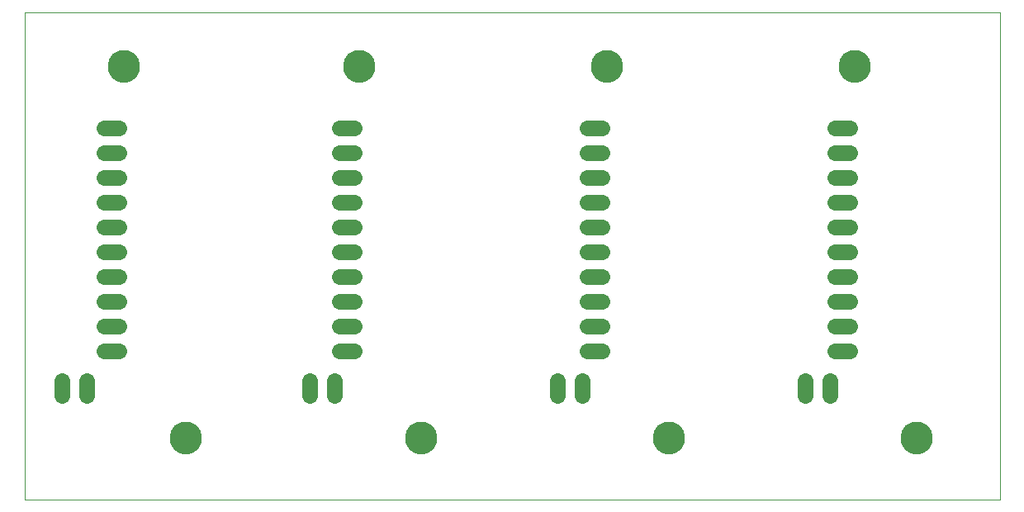
<source format=gbs>
G75*
%MOIN*%
%OFA0B0*%
%FSLAX25Y25*%
%IPPOS*%
%LPD*%
%AMOC8*
5,1,8,0,0,1.08239X$1,22.5*
%
%ADD10C,0.00000*%
%ADD11C,0.06400*%
%ADD12C,0.12998*%
D10*
X0001000Y0002600D02*
X0001000Y0199450D01*
X0394701Y0199450D01*
X0394701Y0002600D01*
X0001000Y0002600D01*
X0059701Y0027600D02*
X0059703Y0027758D01*
X0059709Y0027916D01*
X0059719Y0028074D01*
X0059733Y0028232D01*
X0059751Y0028389D01*
X0059772Y0028546D01*
X0059798Y0028702D01*
X0059828Y0028858D01*
X0059861Y0029013D01*
X0059899Y0029166D01*
X0059940Y0029319D01*
X0059985Y0029471D01*
X0060034Y0029622D01*
X0060087Y0029771D01*
X0060143Y0029919D01*
X0060203Y0030065D01*
X0060267Y0030210D01*
X0060335Y0030353D01*
X0060406Y0030495D01*
X0060480Y0030635D01*
X0060558Y0030772D01*
X0060640Y0030908D01*
X0060724Y0031042D01*
X0060813Y0031173D01*
X0060904Y0031302D01*
X0060999Y0031429D01*
X0061096Y0031554D01*
X0061197Y0031676D01*
X0061301Y0031795D01*
X0061408Y0031912D01*
X0061518Y0032026D01*
X0061631Y0032137D01*
X0061746Y0032246D01*
X0061864Y0032351D01*
X0061985Y0032453D01*
X0062108Y0032553D01*
X0062234Y0032649D01*
X0062362Y0032742D01*
X0062492Y0032832D01*
X0062625Y0032918D01*
X0062760Y0033002D01*
X0062896Y0033081D01*
X0063035Y0033158D01*
X0063176Y0033230D01*
X0063318Y0033300D01*
X0063462Y0033365D01*
X0063608Y0033427D01*
X0063755Y0033485D01*
X0063904Y0033540D01*
X0064054Y0033591D01*
X0064205Y0033638D01*
X0064357Y0033681D01*
X0064510Y0033720D01*
X0064665Y0033756D01*
X0064820Y0033787D01*
X0064976Y0033815D01*
X0065132Y0033839D01*
X0065289Y0033859D01*
X0065447Y0033875D01*
X0065604Y0033887D01*
X0065763Y0033895D01*
X0065921Y0033899D01*
X0066079Y0033899D01*
X0066237Y0033895D01*
X0066396Y0033887D01*
X0066553Y0033875D01*
X0066711Y0033859D01*
X0066868Y0033839D01*
X0067024Y0033815D01*
X0067180Y0033787D01*
X0067335Y0033756D01*
X0067490Y0033720D01*
X0067643Y0033681D01*
X0067795Y0033638D01*
X0067946Y0033591D01*
X0068096Y0033540D01*
X0068245Y0033485D01*
X0068392Y0033427D01*
X0068538Y0033365D01*
X0068682Y0033300D01*
X0068824Y0033230D01*
X0068965Y0033158D01*
X0069104Y0033081D01*
X0069240Y0033002D01*
X0069375Y0032918D01*
X0069508Y0032832D01*
X0069638Y0032742D01*
X0069766Y0032649D01*
X0069892Y0032553D01*
X0070015Y0032453D01*
X0070136Y0032351D01*
X0070254Y0032246D01*
X0070369Y0032137D01*
X0070482Y0032026D01*
X0070592Y0031912D01*
X0070699Y0031795D01*
X0070803Y0031676D01*
X0070904Y0031554D01*
X0071001Y0031429D01*
X0071096Y0031302D01*
X0071187Y0031173D01*
X0071276Y0031042D01*
X0071360Y0030908D01*
X0071442Y0030772D01*
X0071520Y0030635D01*
X0071594Y0030495D01*
X0071665Y0030353D01*
X0071733Y0030210D01*
X0071797Y0030065D01*
X0071857Y0029919D01*
X0071913Y0029771D01*
X0071966Y0029622D01*
X0072015Y0029471D01*
X0072060Y0029319D01*
X0072101Y0029166D01*
X0072139Y0029013D01*
X0072172Y0028858D01*
X0072202Y0028702D01*
X0072228Y0028546D01*
X0072249Y0028389D01*
X0072267Y0028232D01*
X0072281Y0028074D01*
X0072291Y0027916D01*
X0072297Y0027758D01*
X0072299Y0027600D01*
X0072297Y0027442D01*
X0072291Y0027284D01*
X0072281Y0027126D01*
X0072267Y0026968D01*
X0072249Y0026811D01*
X0072228Y0026654D01*
X0072202Y0026498D01*
X0072172Y0026342D01*
X0072139Y0026187D01*
X0072101Y0026034D01*
X0072060Y0025881D01*
X0072015Y0025729D01*
X0071966Y0025578D01*
X0071913Y0025429D01*
X0071857Y0025281D01*
X0071797Y0025135D01*
X0071733Y0024990D01*
X0071665Y0024847D01*
X0071594Y0024705D01*
X0071520Y0024565D01*
X0071442Y0024428D01*
X0071360Y0024292D01*
X0071276Y0024158D01*
X0071187Y0024027D01*
X0071096Y0023898D01*
X0071001Y0023771D01*
X0070904Y0023646D01*
X0070803Y0023524D01*
X0070699Y0023405D01*
X0070592Y0023288D01*
X0070482Y0023174D01*
X0070369Y0023063D01*
X0070254Y0022954D01*
X0070136Y0022849D01*
X0070015Y0022747D01*
X0069892Y0022647D01*
X0069766Y0022551D01*
X0069638Y0022458D01*
X0069508Y0022368D01*
X0069375Y0022282D01*
X0069240Y0022198D01*
X0069104Y0022119D01*
X0068965Y0022042D01*
X0068824Y0021970D01*
X0068682Y0021900D01*
X0068538Y0021835D01*
X0068392Y0021773D01*
X0068245Y0021715D01*
X0068096Y0021660D01*
X0067946Y0021609D01*
X0067795Y0021562D01*
X0067643Y0021519D01*
X0067490Y0021480D01*
X0067335Y0021444D01*
X0067180Y0021413D01*
X0067024Y0021385D01*
X0066868Y0021361D01*
X0066711Y0021341D01*
X0066553Y0021325D01*
X0066396Y0021313D01*
X0066237Y0021305D01*
X0066079Y0021301D01*
X0065921Y0021301D01*
X0065763Y0021305D01*
X0065604Y0021313D01*
X0065447Y0021325D01*
X0065289Y0021341D01*
X0065132Y0021361D01*
X0064976Y0021385D01*
X0064820Y0021413D01*
X0064665Y0021444D01*
X0064510Y0021480D01*
X0064357Y0021519D01*
X0064205Y0021562D01*
X0064054Y0021609D01*
X0063904Y0021660D01*
X0063755Y0021715D01*
X0063608Y0021773D01*
X0063462Y0021835D01*
X0063318Y0021900D01*
X0063176Y0021970D01*
X0063035Y0022042D01*
X0062896Y0022119D01*
X0062760Y0022198D01*
X0062625Y0022282D01*
X0062492Y0022368D01*
X0062362Y0022458D01*
X0062234Y0022551D01*
X0062108Y0022647D01*
X0061985Y0022747D01*
X0061864Y0022849D01*
X0061746Y0022954D01*
X0061631Y0023063D01*
X0061518Y0023174D01*
X0061408Y0023288D01*
X0061301Y0023405D01*
X0061197Y0023524D01*
X0061096Y0023646D01*
X0060999Y0023771D01*
X0060904Y0023898D01*
X0060813Y0024027D01*
X0060724Y0024158D01*
X0060640Y0024292D01*
X0060558Y0024428D01*
X0060480Y0024565D01*
X0060406Y0024705D01*
X0060335Y0024847D01*
X0060267Y0024990D01*
X0060203Y0025135D01*
X0060143Y0025281D01*
X0060087Y0025429D01*
X0060034Y0025578D01*
X0059985Y0025729D01*
X0059940Y0025881D01*
X0059899Y0026034D01*
X0059861Y0026187D01*
X0059828Y0026342D01*
X0059798Y0026498D01*
X0059772Y0026654D01*
X0059751Y0026811D01*
X0059733Y0026968D01*
X0059719Y0027126D01*
X0059709Y0027284D01*
X0059703Y0027442D01*
X0059701Y0027600D01*
X0154701Y0027600D02*
X0154703Y0027758D01*
X0154709Y0027916D01*
X0154719Y0028074D01*
X0154733Y0028232D01*
X0154751Y0028389D01*
X0154772Y0028546D01*
X0154798Y0028702D01*
X0154828Y0028858D01*
X0154861Y0029013D01*
X0154899Y0029166D01*
X0154940Y0029319D01*
X0154985Y0029471D01*
X0155034Y0029622D01*
X0155087Y0029771D01*
X0155143Y0029919D01*
X0155203Y0030065D01*
X0155267Y0030210D01*
X0155335Y0030353D01*
X0155406Y0030495D01*
X0155480Y0030635D01*
X0155558Y0030772D01*
X0155640Y0030908D01*
X0155724Y0031042D01*
X0155813Y0031173D01*
X0155904Y0031302D01*
X0155999Y0031429D01*
X0156096Y0031554D01*
X0156197Y0031676D01*
X0156301Y0031795D01*
X0156408Y0031912D01*
X0156518Y0032026D01*
X0156631Y0032137D01*
X0156746Y0032246D01*
X0156864Y0032351D01*
X0156985Y0032453D01*
X0157108Y0032553D01*
X0157234Y0032649D01*
X0157362Y0032742D01*
X0157492Y0032832D01*
X0157625Y0032918D01*
X0157760Y0033002D01*
X0157896Y0033081D01*
X0158035Y0033158D01*
X0158176Y0033230D01*
X0158318Y0033300D01*
X0158462Y0033365D01*
X0158608Y0033427D01*
X0158755Y0033485D01*
X0158904Y0033540D01*
X0159054Y0033591D01*
X0159205Y0033638D01*
X0159357Y0033681D01*
X0159510Y0033720D01*
X0159665Y0033756D01*
X0159820Y0033787D01*
X0159976Y0033815D01*
X0160132Y0033839D01*
X0160289Y0033859D01*
X0160447Y0033875D01*
X0160604Y0033887D01*
X0160763Y0033895D01*
X0160921Y0033899D01*
X0161079Y0033899D01*
X0161237Y0033895D01*
X0161396Y0033887D01*
X0161553Y0033875D01*
X0161711Y0033859D01*
X0161868Y0033839D01*
X0162024Y0033815D01*
X0162180Y0033787D01*
X0162335Y0033756D01*
X0162490Y0033720D01*
X0162643Y0033681D01*
X0162795Y0033638D01*
X0162946Y0033591D01*
X0163096Y0033540D01*
X0163245Y0033485D01*
X0163392Y0033427D01*
X0163538Y0033365D01*
X0163682Y0033300D01*
X0163824Y0033230D01*
X0163965Y0033158D01*
X0164104Y0033081D01*
X0164240Y0033002D01*
X0164375Y0032918D01*
X0164508Y0032832D01*
X0164638Y0032742D01*
X0164766Y0032649D01*
X0164892Y0032553D01*
X0165015Y0032453D01*
X0165136Y0032351D01*
X0165254Y0032246D01*
X0165369Y0032137D01*
X0165482Y0032026D01*
X0165592Y0031912D01*
X0165699Y0031795D01*
X0165803Y0031676D01*
X0165904Y0031554D01*
X0166001Y0031429D01*
X0166096Y0031302D01*
X0166187Y0031173D01*
X0166276Y0031042D01*
X0166360Y0030908D01*
X0166442Y0030772D01*
X0166520Y0030635D01*
X0166594Y0030495D01*
X0166665Y0030353D01*
X0166733Y0030210D01*
X0166797Y0030065D01*
X0166857Y0029919D01*
X0166913Y0029771D01*
X0166966Y0029622D01*
X0167015Y0029471D01*
X0167060Y0029319D01*
X0167101Y0029166D01*
X0167139Y0029013D01*
X0167172Y0028858D01*
X0167202Y0028702D01*
X0167228Y0028546D01*
X0167249Y0028389D01*
X0167267Y0028232D01*
X0167281Y0028074D01*
X0167291Y0027916D01*
X0167297Y0027758D01*
X0167299Y0027600D01*
X0167297Y0027442D01*
X0167291Y0027284D01*
X0167281Y0027126D01*
X0167267Y0026968D01*
X0167249Y0026811D01*
X0167228Y0026654D01*
X0167202Y0026498D01*
X0167172Y0026342D01*
X0167139Y0026187D01*
X0167101Y0026034D01*
X0167060Y0025881D01*
X0167015Y0025729D01*
X0166966Y0025578D01*
X0166913Y0025429D01*
X0166857Y0025281D01*
X0166797Y0025135D01*
X0166733Y0024990D01*
X0166665Y0024847D01*
X0166594Y0024705D01*
X0166520Y0024565D01*
X0166442Y0024428D01*
X0166360Y0024292D01*
X0166276Y0024158D01*
X0166187Y0024027D01*
X0166096Y0023898D01*
X0166001Y0023771D01*
X0165904Y0023646D01*
X0165803Y0023524D01*
X0165699Y0023405D01*
X0165592Y0023288D01*
X0165482Y0023174D01*
X0165369Y0023063D01*
X0165254Y0022954D01*
X0165136Y0022849D01*
X0165015Y0022747D01*
X0164892Y0022647D01*
X0164766Y0022551D01*
X0164638Y0022458D01*
X0164508Y0022368D01*
X0164375Y0022282D01*
X0164240Y0022198D01*
X0164104Y0022119D01*
X0163965Y0022042D01*
X0163824Y0021970D01*
X0163682Y0021900D01*
X0163538Y0021835D01*
X0163392Y0021773D01*
X0163245Y0021715D01*
X0163096Y0021660D01*
X0162946Y0021609D01*
X0162795Y0021562D01*
X0162643Y0021519D01*
X0162490Y0021480D01*
X0162335Y0021444D01*
X0162180Y0021413D01*
X0162024Y0021385D01*
X0161868Y0021361D01*
X0161711Y0021341D01*
X0161553Y0021325D01*
X0161396Y0021313D01*
X0161237Y0021305D01*
X0161079Y0021301D01*
X0160921Y0021301D01*
X0160763Y0021305D01*
X0160604Y0021313D01*
X0160447Y0021325D01*
X0160289Y0021341D01*
X0160132Y0021361D01*
X0159976Y0021385D01*
X0159820Y0021413D01*
X0159665Y0021444D01*
X0159510Y0021480D01*
X0159357Y0021519D01*
X0159205Y0021562D01*
X0159054Y0021609D01*
X0158904Y0021660D01*
X0158755Y0021715D01*
X0158608Y0021773D01*
X0158462Y0021835D01*
X0158318Y0021900D01*
X0158176Y0021970D01*
X0158035Y0022042D01*
X0157896Y0022119D01*
X0157760Y0022198D01*
X0157625Y0022282D01*
X0157492Y0022368D01*
X0157362Y0022458D01*
X0157234Y0022551D01*
X0157108Y0022647D01*
X0156985Y0022747D01*
X0156864Y0022849D01*
X0156746Y0022954D01*
X0156631Y0023063D01*
X0156518Y0023174D01*
X0156408Y0023288D01*
X0156301Y0023405D01*
X0156197Y0023524D01*
X0156096Y0023646D01*
X0155999Y0023771D01*
X0155904Y0023898D01*
X0155813Y0024027D01*
X0155724Y0024158D01*
X0155640Y0024292D01*
X0155558Y0024428D01*
X0155480Y0024565D01*
X0155406Y0024705D01*
X0155335Y0024847D01*
X0155267Y0024990D01*
X0155203Y0025135D01*
X0155143Y0025281D01*
X0155087Y0025429D01*
X0155034Y0025578D01*
X0154985Y0025729D01*
X0154940Y0025881D01*
X0154899Y0026034D01*
X0154861Y0026187D01*
X0154828Y0026342D01*
X0154798Y0026498D01*
X0154772Y0026654D01*
X0154751Y0026811D01*
X0154733Y0026968D01*
X0154719Y0027126D01*
X0154709Y0027284D01*
X0154703Y0027442D01*
X0154701Y0027600D01*
X0254701Y0027600D02*
X0254703Y0027758D01*
X0254709Y0027916D01*
X0254719Y0028074D01*
X0254733Y0028232D01*
X0254751Y0028389D01*
X0254772Y0028546D01*
X0254798Y0028702D01*
X0254828Y0028858D01*
X0254861Y0029013D01*
X0254899Y0029166D01*
X0254940Y0029319D01*
X0254985Y0029471D01*
X0255034Y0029622D01*
X0255087Y0029771D01*
X0255143Y0029919D01*
X0255203Y0030065D01*
X0255267Y0030210D01*
X0255335Y0030353D01*
X0255406Y0030495D01*
X0255480Y0030635D01*
X0255558Y0030772D01*
X0255640Y0030908D01*
X0255724Y0031042D01*
X0255813Y0031173D01*
X0255904Y0031302D01*
X0255999Y0031429D01*
X0256096Y0031554D01*
X0256197Y0031676D01*
X0256301Y0031795D01*
X0256408Y0031912D01*
X0256518Y0032026D01*
X0256631Y0032137D01*
X0256746Y0032246D01*
X0256864Y0032351D01*
X0256985Y0032453D01*
X0257108Y0032553D01*
X0257234Y0032649D01*
X0257362Y0032742D01*
X0257492Y0032832D01*
X0257625Y0032918D01*
X0257760Y0033002D01*
X0257896Y0033081D01*
X0258035Y0033158D01*
X0258176Y0033230D01*
X0258318Y0033300D01*
X0258462Y0033365D01*
X0258608Y0033427D01*
X0258755Y0033485D01*
X0258904Y0033540D01*
X0259054Y0033591D01*
X0259205Y0033638D01*
X0259357Y0033681D01*
X0259510Y0033720D01*
X0259665Y0033756D01*
X0259820Y0033787D01*
X0259976Y0033815D01*
X0260132Y0033839D01*
X0260289Y0033859D01*
X0260447Y0033875D01*
X0260604Y0033887D01*
X0260763Y0033895D01*
X0260921Y0033899D01*
X0261079Y0033899D01*
X0261237Y0033895D01*
X0261396Y0033887D01*
X0261553Y0033875D01*
X0261711Y0033859D01*
X0261868Y0033839D01*
X0262024Y0033815D01*
X0262180Y0033787D01*
X0262335Y0033756D01*
X0262490Y0033720D01*
X0262643Y0033681D01*
X0262795Y0033638D01*
X0262946Y0033591D01*
X0263096Y0033540D01*
X0263245Y0033485D01*
X0263392Y0033427D01*
X0263538Y0033365D01*
X0263682Y0033300D01*
X0263824Y0033230D01*
X0263965Y0033158D01*
X0264104Y0033081D01*
X0264240Y0033002D01*
X0264375Y0032918D01*
X0264508Y0032832D01*
X0264638Y0032742D01*
X0264766Y0032649D01*
X0264892Y0032553D01*
X0265015Y0032453D01*
X0265136Y0032351D01*
X0265254Y0032246D01*
X0265369Y0032137D01*
X0265482Y0032026D01*
X0265592Y0031912D01*
X0265699Y0031795D01*
X0265803Y0031676D01*
X0265904Y0031554D01*
X0266001Y0031429D01*
X0266096Y0031302D01*
X0266187Y0031173D01*
X0266276Y0031042D01*
X0266360Y0030908D01*
X0266442Y0030772D01*
X0266520Y0030635D01*
X0266594Y0030495D01*
X0266665Y0030353D01*
X0266733Y0030210D01*
X0266797Y0030065D01*
X0266857Y0029919D01*
X0266913Y0029771D01*
X0266966Y0029622D01*
X0267015Y0029471D01*
X0267060Y0029319D01*
X0267101Y0029166D01*
X0267139Y0029013D01*
X0267172Y0028858D01*
X0267202Y0028702D01*
X0267228Y0028546D01*
X0267249Y0028389D01*
X0267267Y0028232D01*
X0267281Y0028074D01*
X0267291Y0027916D01*
X0267297Y0027758D01*
X0267299Y0027600D01*
X0267297Y0027442D01*
X0267291Y0027284D01*
X0267281Y0027126D01*
X0267267Y0026968D01*
X0267249Y0026811D01*
X0267228Y0026654D01*
X0267202Y0026498D01*
X0267172Y0026342D01*
X0267139Y0026187D01*
X0267101Y0026034D01*
X0267060Y0025881D01*
X0267015Y0025729D01*
X0266966Y0025578D01*
X0266913Y0025429D01*
X0266857Y0025281D01*
X0266797Y0025135D01*
X0266733Y0024990D01*
X0266665Y0024847D01*
X0266594Y0024705D01*
X0266520Y0024565D01*
X0266442Y0024428D01*
X0266360Y0024292D01*
X0266276Y0024158D01*
X0266187Y0024027D01*
X0266096Y0023898D01*
X0266001Y0023771D01*
X0265904Y0023646D01*
X0265803Y0023524D01*
X0265699Y0023405D01*
X0265592Y0023288D01*
X0265482Y0023174D01*
X0265369Y0023063D01*
X0265254Y0022954D01*
X0265136Y0022849D01*
X0265015Y0022747D01*
X0264892Y0022647D01*
X0264766Y0022551D01*
X0264638Y0022458D01*
X0264508Y0022368D01*
X0264375Y0022282D01*
X0264240Y0022198D01*
X0264104Y0022119D01*
X0263965Y0022042D01*
X0263824Y0021970D01*
X0263682Y0021900D01*
X0263538Y0021835D01*
X0263392Y0021773D01*
X0263245Y0021715D01*
X0263096Y0021660D01*
X0262946Y0021609D01*
X0262795Y0021562D01*
X0262643Y0021519D01*
X0262490Y0021480D01*
X0262335Y0021444D01*
X0262180Y0021413D01*
X0262024Y0021385D01*
X0261868Y0021361D01*
X0261711Y0021341D01*
X0261553Y0021325D01*
X0261396Y0021313D01*
X0261237Y0021305D01*
X0261079Y0021301D01*
X0260921Y0021301D01*
X0260763Y0021305D01*
X0260604Y0021313D01*
X0260447Y0021325D01*
X0260289Y0021341D01*
X0260132Y0021361D01*
X0259976Y0021385D01*
X0259820Y0021413D01*
X0259665Y0021444D01*
X0259510Y0021480D01*
X0259357Y0021519D01*
X0259205Y0021562D01*
X0259054Y0021609D01*
X0258904Y0021660D01*
X0258755Y0021715D01*
X0258608Y0021773D01*
X0258462Y0021835D01*
X0258318Y0021900D01*
X0258176Y0021970D01*
X0258035Y0022042D01*
X0257896Y0022119D01*
X0257760Y0022198D01*
X0257625Y0022282D01*
X0257492Y0022368D01*
X0257362Y0022458D01*
X0257234Y0022551D01*
X0257108Y0022647D01*
X0256985Y0022747D01*
X0256864Y0022849D01*
X0256746Y0022954D01*
X0256631Y0023063D01*
X0256518Y0023174D01*
X0256408Y0023288D01*
X0256301Y0023405D01*
X0256197Y0023524D01*
X0256096Y0023646D01*
X0255999Y0023771D01*
X0255904Y0023898D01*
X0255813Y0024027D01*
X0255724Y0024158D01*
X0255640Y0024292D01*
X0255558Y0024428D01*
X0255480Y0024565D01*
X0255406Y0024705D01*
X0255335Y0024847D01*
X0255267Y0024990D01*
X0255203Y0025135D01*
X0255143Y0025281D01*
X0255087Y0025429D01*
X0255034Y0025578D01*
X0254985Y0025729D01*
X0254940Y0025881D01*
X0254899Y0026034D01*
X0254861Y0026187D01*
X0254828Y0026342D01*
X0254798Y0026498D01*
X0254772Y0026654D01*
X0254751Y0026811D01*
X0254733Y0026968D01*
X0254719Y0027126D01*
X0254709Y0027284D01*
X0254703Y0027442D01*
X0254701Y0027600D01*
X0354701Y0027600D02*
X0354703Y0027758D01*
X0354709Y0027916D01*
X0354719Y0028074D01*
X0354733Y0028232D01*
X0354751Y0028389D01*
X0354772Y0028546D01*
X0354798Y0028702D01*
X0354828Y0028858D01*
X0354861Y0029013D01*
X0354899Y0029166D01*
X0354940Y0029319D01*
X0354985Y0029471D01*
X0355034Y0029622D01*
X0355087Y0029771D01*
X0355143Y0029919D01*
X0355203Y0030065D01*
X0355267Y0030210D01*
X0355335Y0030353D01*
X0355406Y0030495D01*
X0355480Y0030635D01*
X0355558Y0030772D01*
X0355640Y0030908D01*
X0355724Y0031042D01*
X0355813Y0031173D01*
X0355904Y0031302D01*
X0355999Y0031429D01*
X0356096Y0031554D01*
X0356197Y0031676D01*
X0356301Y0031795D01*
X0356408Y0031912D01*
X0356518Y0032026D01*
X0356631Y0032137D01*
X0356746Y0032246D01*
X0356864Y0032351D01*
X0356985Y0032453D01*
X0357108Y0032553D01*
X0357234Y0032649D01*
X0357362Y0032742D01*
X0357492Y0032832D01*
X0357625Y0032918D01*
X0357760Y0033002D01*
X0357896Y0033081D01*
X0358035Y0033158D01*
X0358176Y0033230D01*
X0358318Y0033300D01*
X0358462Y0033365D01*
X0358608Y0033427D01*
X0358755Y0033485D01*
X0358904Y0033540D01*
X0359054Y0033591D01*
X0359205Y0033638D01*
X0359357Y0033681D01*
X0359510Y0033720D01*
X0359665Y0033756D01*
X0359820Y0033787D01*
X0359976Y0033815D01*
X0360132Y0033839D01*
X0360289Y0033859D01*
X0360447Y0033875D01*
X0360604Y0033887D01*
X0360763Y0033895D01*
X0360921Y0033899D01*
X0361079Y0033899D01*
X0361237Y0033895D01*
X0361396Y0033887D01*
X0361553Y0033875D01*
X0361711Y0033859D01*
X0361868Y0033839D01*
X0362024Y0033815D01*
X0362180Y0033787D01*
X0362335Y0033756D01*
X0362490Y0033720D01*
X0362643Y0033681D01*
X0362795Y0033638D01*
X0362946Y0033591D01*
X0363096Y0033540D01*
X0363245Y0033485D01*
X0363392Y0033427D01*
X0363538Y0033365D01*
X0363682Y0033300D01*
X0363824Y0033230D01*
X0363965Y0033158D01*
X0364104Y0033081D01*
X0364240Y0033002D01*
X0364375Y0032918D01*
X0364508Y0032832D01*
X0364638Y0032742D01*
X0364766Y0032649D01*
X0364892Y0032553D01*
X0365015Y0032453D01*
X0365136Y0032351D01*
X0365254Y0032246D01*
X0365369Y0032137D01*
X0365482Y0032026D01*
X0365592Y0031912D01*
X0365699Y0031795D01*
X0365803Y0031676D01*
X0365904Y0031554D01*
X0366001Y0031429D01*
X0366096Y0031302D01*
X0366187Y0031173D01*
X0366276Y0031042D01*
X0366360Y0030908D01*
X0366442Y0030772D01*
X0366520Y0030635D01*
X0366594Y0030495D01*
X0366665Y0030353D01*
X0366733Y0030210D01*
X0366797Y0030065D01*
X0366857Y0029919D01*
X0366913Y0029771D01*
X0366966Y0029622D01*
X0367015Y0029471D01*
X0367060Y0029319D01*
X0367101Y0029166D01*
X0367139Y0029013D01*
X0367172Y0028858D01*
X0367202Y0028702D01*
X0367228Y0028546D01*
X0367249Y0028389D01*
X0367267Y0028232D01*
X0367281Y0028074D01*
X0367291Y0027916D01*
X0367297Y0027758D01*
X0367299Y0027600D01*
X0367297Y0027442D01*
X0367291Y0027284D01*
X0367281Y0027126D01*
X0367267Y0026968D01*
X0367249Y0026811D01*
X0367228Y0026654D01*
X0367202Y0026498D01*
X0367172Y0026342D01*
X0367139Y0026187D01*
X0367101Y0026034D01*
X0367060Y0025881D01*
X0367015Y0025729D01*
X0366966Y0025578D01*
X0366913Y0025429D01*
X0366857Y0025281D01*
X0366797Y0025135D01*
X0366733Y0024990D01*
X0366665Y0024847D01*
X0366594Y0024705D01*
X0366520Y0024565D01*
X0366442Y0024428D01*
X0366360Y0024292D01*
X0366276Y0024158D01*
X0366187Y0024027D01*
X0366096Y0023898D01*
X0366001Y0023771D01*
X0365904Y0023646D01*
X0365803Y0023524D01*
X0365699Y0023405D01*
X0365592Y0023288D01*
X0365482Y0023174D01*
X0365369Y0023063D01*
X0365254Y0022954D01*
X0365136Y0022849D01*
X0365015Y0022747D01*
X0364892Y0022647D01*
X0364766Y0022551D01*
X0364638Y0022458D01*
X0364508Y0022368D01*
X0364375Y0022282D01*
X0364240Y0022198D01*
X0364104Y0022119D01*
X0363965Y0022042D01*
X0363824Y0021970D01*
X0363682Y0021900D01*
X0363538Y0021835D01*
X0363392Y0021773D01*
X0363245Y0021715D01*
X0363096Y0021660D01*
X0362946Y0021609D01*
X0362795Y0021562D01*
X0362643Y0021519D01*
X0362490Y0021480D01*
X0362335Y0021444D01*
X0362180Y0021413D01*
X0362024Y0021385D01*
X0361868Y0021361D01*
X0361711Y0021341D01*
X0361553Y0021325D01*
X0361396Y0021313D01*
X0361237Y0021305D01*
X0361079Y0021301D01*
X0360921Y0021301D01*
X0360763Y0021305D01*
X0360604Y0021313D01*
X0360447Y0021325D01*
X0360289Y0021341D01*
X0360132Y0021361D01*
X0359976Y0021385D01*
X0359820Y0021413D01*
X0359665Y0021444D01*
X0359510Y0021480D01*
X0359357Y0021519D01*
X0359205Y0021562D01*
X0359054Y0021609D01*
X0358904Y0021660D01*
X0358755Y0021715D01*
X0358608Y0021773D01*
X0358462Y0021835D01*
X0358318Y0021900D01*
X0358176Y0021970D01*
X0358035Y0022042D01*
X0357896Y0022119D01*
X0357760Y0022198D01*
X0357625Y0022282D01*
X0357492Y0022368D01*
X0357362Y0022458D01*
X0357234Y0022551D01*
X0357108Y0022647D01*
X0356985Y0022747D01*
X0356864Y0022849D01*
X0356746Y0022954D01*
X0356631Y0023063D01*
X0356518Y0023174D01*
X0356408Y0023288D01*
X0356301Y0023405D01*
X0356197Y0023524D01*
X0356096Y0023646D01*
X0355999Y0023771D01*
X0355904Y0023898D01*
X0355813Y0024027D01*
X0355724Y0024158D01*
X0355640Y0024292D01*
X0355558Y0024428D01*
X0355480Y0024565D01*
X0355406Y0024705D01*
X0355335Y0024847D01*
X0355267Y0024990D01*
X0355203Y0025135D01*
X0355143Y0025281D01*
X0355087Y0025429D01*
X0355034Y0025578D01*
X0354985Y0025729D01*
X0354940Y0025881D01*
X0354899Y0026034D01*
X0354861Y0026187D01*
X0354828Y0026342D01*
X0354798Y0026498D01*
X0354772Y0026654D01*
X0354751Y0026811D01*
X0354733Y0026968D01*
X0354719Y0027126D01*
X0354709Y0027284D01*
X0354703Y0027442D01*
X0354701Y0027600D01*
X0329701Y0177600D02*
X0329703Y0177758D01*
X0329709Y0177916D01*
X0329719Y0178074D01*
X0329733Y0178232D01*
X0329751Y0178389D01*
X0329772Y0178546D01*
X0329798Y0178702D01*
X0329828Y0178858D01*
X0329861Y0179013D01*
X0329899Y0179166D01*
X0329940Y0179319D01*
X0329985Y0179471D01*
X0330034Y0179622D01*
X0330087Y0179771D01*
X0330143Y0179919D01*
X0330203Y0180065D01*
X0330267Y0180210D01*
X0330335Y0180353D01*
X0330406Y0180495D01*
X0330480Y0180635D01*
X0330558Y0180772D01*
X0330640Y0180908D01*
X0330724Y0181042D01*
X0330813Y0181173D01*
X0330904Y0181302D01*
X0330999Y0181429D01*
X0331096Y0181554D01*
X0331197Y0181676D01*
X0331301Y0181795D01*
X0331408Y0181912D01*
X0331518Y0182026D01*
X0331631Y0182137D01*
X0331746Y0182246D01*
X0331864Y0182351D01*
X0331985Y0182453D01*
X0332108Y0182553D01*
X0332234Y0182649D01*
X0332362Y0182742D01*
X0332492Y0182832D01*
X0332625Y0182918D01*
X0332760Y0183002D01*
X0332896Y0183081D01*
X0333035Y0183158D01*
X0333176Y0183230D01*
X0333318Y0183300D01*
X0333462Y0183365D01*
X0333608Y0183427D01*
X0333755Y0183485D01*
X0333904Y0183540D01*
X0334054Y0183591D01*
X0334205Y0183638D01*
X0334357Y0183681D01*
X0334510Y0183720D01*
X0334665Y0183756D01*
X0334820Y0183787D01*
X0334976Y0183815D01*
X0335132Y0183839D01*
X0335289Y0183859D01*
X0335447Y0183875D01*
X0335604Y0183887D01*
X0335763Y0183895D01*
X0335921Y0183899D01*
X0336079Y0183899D01*
X0336237Y0183895D01*
X0336396Y0183887D01*
X0336553Y0183875D01*
X0336711Y0183859D01*
X0336868Y0183839D01*
X0337024Y0183815D01*
X0337180Y0183787D01*
X0337335Y0183756D01*
X0337490Y0183720D01*
X0337643Y0183681D01*
X0337795Y0183638D01*
X0337946Y0183591D01*
X0338096Y0183540D01*
X0338245Y0183485D01*
X0338392Y0183427D01*
X0338538Y0183365D01*
X0338682Y0183300D01*
X0338824Y0183230D01*
X0338965Y0183158D01*
X0339104Y0183081D01*
X0339240Y0183002D01*
X0339375Y0182918D01*
X0339508Y0182832D01*
X0339638Y0182742D01*
X0339766Y0182649D01*
X0339892Y0182553D01*
X0340015Y0182453D01*
X0340136Y0182351D01*
X0340254Y0182246D01*
X0340369Y0182137D01*
X0340482Y0182026D01*
X0340592Y0181912D01*
X0340699Y0181795D01*
X0340803Y0181676D01*
X0340904Y0181554D01*
X0341001Y0181429D01*
X0341096Y0181302D01*
X0341187Y0181173D01*
X0341276Y0181042D01*
X0341360Y0180908D01*
X0341442Y0180772D01*
X0341520Y0180635D01*
X0341594Y0180495D01*
X0341665Y0180353D01*
X0341733Y0180210D01*
X0341797Y0180065D01*
X0341857Y0179919D01*
X0341913Y0179771D01*
X0341966Y0179622D01*
X0342015Y0179471D01*
X0342060Y0179319D01*
X0342101Y0179166D01*
X0342139Y0179013D01*
X0342172Y0178858D01*
X0342202Y0178702D01*
X0342228Y0178546D01*
X0342249Y0178389D01*
X0342267Y0178232D01*
X0342281Y0178074D01*
X0342291Y0177916D01*
X0342297Y0177758D01*
X0342299Y0177600D01*
X0342297Y0177442D01*
X0342291Y0177284D01*
X0342281Y0177126D01*
X0342267Y0176968D01*
X0342249Y0176811D01*
X0342228Y0176654D01*
X0342202Y0176498D01*
X0342172Y0176342D01*
X0342139Y0176187D01*
X0342101Y0176034D01*
X0342060Y0175881D01*
X0342015Y0175729D01*
X0341966Y0175578D01*
X0341913Y0175429D01*
X0341857Y0175281D01*
X0341797Y0175135D01*
X0341733Y0174990D01*
X0341665Y0174847D01*
X0341594Y0174705D01*
X0341520Y0174565D01*
X0341442Y0174428D01*
X0341360Y0174292D01*
X0341276Y0174158D01*
X0341187Y0174027D01*
X0341096Y0173898D01*
X0341001Y0173771D01*
X0340904Y0173646D01*
X0340803Y0173524D01*
X0340699Y0173405D01*
X0340592Y0173288D01*
X0340482Y0173174D01*
X0340369Y0173063D01*
X0340254Y0172954D01*
X0340136Y0172849D01*
X0340015Y0172747D01*
X0339892Y0172647D01*
X0339766Y0172551D01*
X0339638Y0172458D01*
X0339508Y0172368D01*
X0339375Y0172282D01*
X0339240Y0172198D01*
X0339104Y0172119D01*
X0338965Y0172042D01*
X0338824Y0171970D01*
X0338682Y0171900D01*
X0338538Y0171835D01*
X0338392Y0171773D01*
X0338245Y0171715D01*
X0338096Y0171660D01*
X0337946Y0171609D01*
X0337795Y0171562D01*
X0337643Y0171519D01*
X0337490Y0171480D01*
X0337335Y0171444D01*
X0337180Y0171413D01*
X0337024Y0171385D01*
X0336868Y0171361D01*
X0336711Y0171341D01*
X0336553Y0171325D01*
X0336396Y0171313D01*
X0336237Y0171305D01*
X0336079Y0171301D01*
X0335921Y0171301D01*
X0335763Y0171305D01*
X0335604Y0171313D01*
X0335447Y0171325D01*
X0335289Y0171341D01*
X0335132Y0171361D01*
X0334976Y0171385D01*
X0334820Y0171413D01*
X0334665Y0171444D01*
X0334510Y0171480D01*
X0334357Y0171519D01*
X0334205Y0171562D01*
X0334054Y0171609D01*
X0333904Y0171660D01*
X0333755Y0171715D01*
X0333608Y0171773D01*
X0333462Y0171835D01*
X0333318Y0171900D01*
X0333176Y0171970D01*
X0333035Y0172042D01*
X0332896Y0172119D01*
X0332760Y0172198D01*
X0332625Y0172282D01*
X0332492Y0172368D01*
X0332362Y0172458D01*
X0332234Y0172551D01*
X0332108Y0172647D01*
X0331985Y0172747D01*
X0331864Y0172849D01*
X0331746Y0172954D01*
X0331631Y0173063D01*
X0331518Y0173174D01*
X0331408Y0173288D01*
X0331301Y0173405D01*
X0331197Y0173524D01*
X0331096Y0173646D01*
X0330999Y0173771D01*
X0330904Y0173898D01*
X0330813Y0174027D01*
X0330724Y0174158D01*
X0330640Y0174292D01*
X0330558Y0174428D01*
X0330480Y0174565D01*
X0330406Y0174705D01*
X0330335Y0174847D01*
X0330267Y0174990D01*
X0330203Y0175135D01*
X0330143Y0175281D01*
X0330087Y0175429D01*
X0330034Y0175578D01*
X0329985Y0175729D01*
X0329940Y0175881D01*
X0329899Y0176034D01*
X0329861Y0176187D01*
X0329828Y0176342D01*
X0329798Y0176498D01*
X0329772Y0176654D01*
X0329751Y0176811D01*
X0329733Y0176968D01*
X0329719Y0177126D01*
X0329709Y0177284D01*
X0329703Y0177442D01*
X0329701Y0177600D01*
X0229701Y0177600D02*
X0229703Y0177758D01*
X0229709Y0177916D01*
X0229719Y0178074D01*
X0229733Y0178232D01*
X0229751Y0178389D01*
X0229772Y0178546D01*
X0229798Y0178702D01*
X0229828Y0178858D01*
X0229861Y0179013D01*
X0229899Y0179166D01*
X0229940Y0179319D01*
X0229985Y0179471D01*
X0230034Y0179622D01*
X0230087Y0179771D01*
X0230143Y0179919D01*
X0230203Y0180065D01*
X0230267Y0180210D01*
X0230335Y0180353D01*
X0230406Y0180495D01*
X0230480Y0180635D01*
X0230558Y0180772D01*
X0230640Y0180908D01*
X0230724Y0181042D01*
X0230813Y0181173D01*
X0230904Y0181302D01*
X0230999Y0181429D01*
X0231096Y0181554D01*
X0231197Y0181676D01*
X0231301Y0181795D01*
X0231408Y0181912D01*
X0231518Y0182026D01*
X0231631Y0182137D01*
X0231746Y0182246D01*
X0231864Y0182351D01*
X0231985Y0182453D01*
X0232108Y0182553D01*
X0232234Y0182649D01*
X0232362Y0182742D01*
X0232492Y0182832D01*
X0232625Y0182918D01*
X0232760Y0183002D01*
X0232896Y0183081D01*
X0233035Y0183158D01*
X0233176Y0183230D01*
X0233318Y0183300D01*
X0233462Y0183365D01*
X0233608Y0183427D01*
X0233755Y0183485D01*
X0233904Y0183540D01*
X0234054Y0183591D01*
X0234205Y0183638D01*
X0234357Y0183681D01*
X0234510Y0183720D01*
X0234665Y0183756D01*
X0234820Y0183787D01*
X0234976Y0183815D01*
X0235132Y0183839D01*
X0235289Y0183859D01*
X0235447Y0183875D01*
X0235604Y0183887D01*
X0235763Y0183895D01*
X0235921Y0183899D01*
X0236079Y0183899D01*
X0236237Y0183895D01*
X0236396Y0183887D01*
X0236553Y0183875D01*
X0236711Y0183859D01*
X0236868Y0183839D01*
X0237024Y0183815D01*
X0237180Y0183787D01*
X0237335Y0183756D01*
X0237490Y0183720D01*
X0237643Y0183681D01*
X0237795Y0183638D01*
X0237946Y0183591D01*
X0238096Y0183540D01*
X0238245Y0183485D01*
X0238392Y0183427D01*
X0238538Y0183365D01*
X0238682Y0183300D01*
X0238824Y0183230D01*
X0238965Y0183158D01*
X0239104Y0183081D01*
X0239240Y0183002D01*
X0239375Y0182918D01*
X0239508Y0182832D01*
X0239638Y0182742D01*
X0239766Y0182649D01*
X0239892Y0182553D01*
X0240015Y0182453D01*
X0240136Y0182351D01*
X0240254Y0182246D01*
X0240369Y0182137D01*
X0240482Y0182026D01*
X0240592Y0181912D01*
X0240699Y0181795D01*
X0240803Y0181676D01*
X0240904Y0181554D01*
X0241001Y0181429D01*
X0241096Y0181302D01*
X0241187Y0181173D01*
X0241276Y0181042D01*
X0241360Y0180908D01*
X0241442Y0180772D01*
X0241520Y0180635D01*
X0241594Y0180495D01*
X0241665Y0180353D01*
X0241733Y0180210D01*
X0241797Y0180065D01*
X0241857Y0179919D01*
X0241913Y0179771D01*
X0241966Y0179622D01*
X0242015Y0179471D01*
X0242060Y0179319D01*
X0242101Y0179166D01*
X0242139Y0179013D01*
X0242172Y0178858D01*
X0242202Y0178702D01*
X0242228Y0178546D01*
X0242249Y0178389D01*
X0242267Y0178232D01*
X0242281Y0178074D01*
X0242291Y0177916D01*
X0242297Y0177758D01*
X0242299Y0177600D01*
X0242297Y0177442D01*
X0242291Y0177284D01*
X0242281Y0177126D01*
X0242267Y0176968D01*
X0242249Y0176811D01*
X0242228Y0176654D01*
X0242202Y0176498D01*
X0242172Y0176342D01*
X0242139Y0176187D01*
X0242101Y0176034D01*
X0242060Y0175881D01*
X0242015Y0175729D01*
X0241966Y0175578D01*
X0241913Y0175429D01*
X0241857Y0175281D01*
X0241797Y0175135D01*
X0241733Y0174990D01*
X0241665Y0174847D01*
X0241594Y0174705D01*
X0241520Y0174565D01*
X0241442Y0174428D01*
X0241360Y0174292D01*
X0241276Y0174158D01*
X0241187Y0174027D01*
X0241096Y0173898D01*
X0241001Y0173771D01*
X0240904Y0173646D01*
X0240803Y0173524D01*
X0240699Y0173405D01*
X0240592Y0173288D01*
X0240482Y0173174D01*
X0240369Y0173063D01*
X0240254Y0172954D01*
X0240136Y0172849D01*
X0240015Y0172747D01*
X0239892Y0172647D01*
X0239766Y0172551D01*
X0239638Y0172458D01*
X0239508Y0172368D01*
X0239375Y0172282D01*
X0239240Y0172198D01*
X0239104Y0172119D01*
X0238965Y0172042D01*
X0238824Y0171970D01*
X0238682Y0171900D01*
X0238538Y0171835D01*
X0238392Y0171773D01*
X0238245Y0171715D01*
X0238096Y0171660D01*
X0237946Y0171609D01*
X0237795Y0171562D01*
X0237643Y0171519D01*
X0237490Y0171480D01*
X0237335Y0171444D01*
X0237180Y0171413D01*
X0237024Y0171385D01*
X0236868Y0171361D01*
X0236711Y0171341D01*
X0236553Y0171325D01*
X0236396Y0171313D01*
X0236237Y0171305D01*
X0236079Y0171301D01*
X0235921Y0171301D01*
X0235763Y0171305D01*
X0235604Y0171313D01*
X0235447Y0171325D01*
X0235289Y0171341D01*
X0235132Y0171361D01*
X0234976Y0171385D01*
X0234820Y0171413D01*
X0234665Y0171444D01*
X0234510Y0171480D01*
X0234357Y0171519D01*
X0234205Y0171562D01*
X0234054Y0171609D01*
X0233904Y0171660D01*
X0233755Y0171715D01*
X0233608Y0171773D01*
X0233462Y0171835D01*
X0233318Y0171900D01*
X0233176Y0171970D01*
X0233035Y0172042D01*
X0232896Y0172119D01*
X0232760Y0172198D01*
X0232625Y0172282D01*
X0232492Y0172368D01*
X0232362Y0172458D01*
X0232234Y0172551D01*
X0232108Y0172647D01*
X0231985Y0172747D01*
X0231864Y0172849D01*
X0231746Y0172954D01*
X0231631Y0173063D01*
X0231518Y0173174D01*
X0231408Y0173288D01*
X0231301Y0173405D01*
X0231197Y0173524D01*
X0231096Y0173646D01*
X0230999Y0173771D01*
X0230904Y0173898D01*
X0230813Y0174027D01*
X0230724Y0174158D01*
X0230640Y0174292D01*
X0230558Y0174428D01*
X0230480Y0174565D01*
X0230406Y0174705D01*
X0230335Y0174847D01*
X0230267Y0174990D01*
X0230203Y0175135D01*
X0230143Y0175281D01*
X0230087Y0175429D01*
X0230034Y0175578D01*
X0229985Y0175729D01*
X0229940Y0175881D01*
X0229899Y0176034D01*
X0229861Y0176187D01*
X0229828Y0176342D01*
X0229798Y0176498D01*
X0229772Y0176654D01*
X0229751Y0176811D01*
X0229733Y0176968D01*
X0229719Y0177126D01*
X0229709Y0177284D01*
X0229703Y0177442D01*
X0229701Y0177600D01*
X0129701Y0177600D02*
X0129703Y0177758D01*
X0129709Y0177916D01*
X0129719Y0178074D01*
X0129733Y0178232D01*
X0129751Y0178389D01*
X0129772Y0178546D01*
X0129798Y0178702D01*
X0129828Y0178858D01*
X0129861Y0179013D01*
X0129899Y0179166D01*
X0129940Y0179319D01*
X0129985Y0179471D01*
X0130034Y0179622D01*
X0130087Y0179771D01*
X0130143Y0179919D01*
X0130203Y0180065D01*
X0130267Y0180210D01*
X0130335Y0180353D01*
X0130406Y0180495D01*
X0130480Y0180635D01*
X0130558Y0180772D01*
X0130640Y0180908D01*
X0130724Y0181042D01*
X0130813Y0181173D01*
X0130904Y0181302D01*
X0130999Y0181429D01*
X0131096Y0181554D01*
X0131197Y0181676D01*
X0131301Y0181795D01*
X0131408Y0181912D01*
X0131518Y0182026D01*
X0131631Y0182137D01*
X0131746Y0182246D01*
X0131864Y0182351D01*
X0131985Y0182453D01*
X0132108Y0182553D01*
X0132234Y0182649D01*
X0132362Y0182742D01*
X0132492Y0182832D01*
X0132625Y0182918D01*
X0132760Y0183002D01*
X0132896Y0183081D01*
X0133035Y0183158D01*
X0133176Y0183230D01*
X0133318Y0183300D01*
X0133462Y0183365D01*
X0133608Y0183427D01*
X0133755Y0183485D01*
X0133904Y0183540D01*
X0134054Y0183591D01*
X0134205Y0183638D01*
X0134357Y0183681D01*
X0134510Y0183720D01*
X0134665Y0183756D01*
X0134820Y0183787D01*
X0134976Y0183815D01*
X0135132Y0183839D01*
X0135289Y0183859D01*
X0135447Y0183875D01*
X0135604Y0183887D01*
X0135763Y0183895D01*
X0135921Y0183899D01*
X0136079Y0183899D01*
X0136237Y0183895D01*
X0136396Y0183887D01*
X0136553Y0183875D01*
X0136711Y0183859D01*
X0136868Y0183839D01*
X0137024Y0183815D01*
X0137180Y0183787D01*
X0137335Y0183756D01*
X0137490Y0183720D01*
X0137643Y0183681D01*
X0137795Y0183638D01*
X0137946Y0183591D01*
X0138096Y0183540D01*
X0138245Y0183485D01*
X0138392Y0183427D01*
X0138538Y0183365D01*
X0138682Y0183300D01*
X0138824Y0183230D01*
X0138965Y0183158D01*
X0139104Y0183081D01*
X0139240Y0183002D01*
X0139375Y0182918D01*
X0139508Y0182832D01*
X0139638Y0182742D01*
X0139766Y0182649D01*
X0139892Y0182553D01*
X0140015Y0182453D01*
X0140136Y0182351D01*
X0140254Y0182246D01*
X0140369Y0182137D01*
X0140482Y0182026D01*
X0140592Y0181912D01*
X0140699Y0181795D01*
X0140803Y0181676D01*
X0140904Y0181554D01*
X0141001Y0181429D01*
X0141096Y0181302D01*
X0141187Y0181173D01*
X0141276Y0181042D01*
X0141360Y0180908D01*
X0141442Y0180772D01*
X0141520Y0180635D01*
X0141594Y0180495D01*
X0141665Y0180353D01*
X0141733Y0180210D01*
X0141797Y0180065D01*
X0141857Y0179919D01*
X0141913Y0179771D01*
X0141966Y0179622D01*
X0142015Y0179471D01*
X0142060Y0179319D01*
X0142101Y0179166D01*
X0142139Y0179013D01*
X0142172Y0178858D01*
X0142202Y0178702D01*
X0142228Y0178546D01*
X0142249Y0178389D01*
X0142267Y0178232D01*
X0142281Y0178074D01*
X0142291Y0177916D01*
X0142297Y0177758D01*
X0142299Y0177600D01*
X0142297Y0177442D01*
X0142291Y0177284D01*
X0142281Y0177126D01*
X0142267Y0176968D01*
X0142249Y0176811D01*
X0142228Y0176654D01*
X0142202Y0176498D01*
X0142172Y0176342D01*
X0142139Y0176187D01*
X0142101Y0176034D01*
X0142060Y0175881D01*
X0142015Y0175729D01*
X0141966Y0175578D01*
X0141913Y0175429D01*
X0141857Y0175281D01*
X0141797Y0175135D01*
X0141733Y0174990D01*
X0141665Y0174847D01*
X0141594Y0174705D01*
X0141520Y0174565D01*
X0141442Y0174428D01*
X0141360Y0174292D01*
X0141276Y0174158D01*
X0141187Y0174027D01*
X0141096Y0173898D01*
X0141001Y0173771D01*
X0140904Y0173646D01*
X0140803Y0173524D01*
X0140699Y0173405D01*
X0140592Y0173288D01*
X0140482Y0173174D01*
X0140369Y0173063D01*
X0140254Y0172954D01*
X0140136Y0172849D01*
X0140015Y0172747D01*
X0139892Y0172647D01*
X0139766Y0172551D01*
X0139638Y0172458D01*
X0139508Y0172368D01*
X0139375Y0172282D01*
X0139240Y0172198D01*
X0139104Y0172119D01*
X0138965Y0172042D01*
X0138824Y0171970D01*
X0138682Y0171900D01*
X0138538Y0171835D01*
X0138392Y0171773D01*
X0138245Y0171715D01*
X0138096Y0171660D01*
X0137946Y0171609D01*
X0137795Y0171562D01*
X0137643Y0171519D01*
X0137490Y0171480D01*
X0137335Y0171444D01*
X0137180Y0171413D01*
X0137024Y0171385D01*
X0136868Y0171361D01*
X0136711Y0171341D01*
X0136553Y0171325D01*
X0136396Y0171313D01*
X0136237Y0171305D01*
X0136079Y0171301D01*
X0135921Y0171301D01*
X0135763Y0171305D01*
X0135604Y0171313D01*
X0135447Y0171325D01*
X0135289Y0171341D01*
X0135132Y0171361D01*
X0134976Y0171385D01*
X0134820Y0171413D01*
X0134665Y0171444D01*
X0134510Y0171480D01*
X0134357Y0171519D01*
X0134205Y0171562D01*
X0134054Y0171609D01*
X0133904Y0171660D01*
X0133755Y0171715D01*
X0133608Y0171773D01*
X0133462Y0171835D01*
X0133318Y0171900D01*
X0133176Y0171970D01*
X0133035Y0172042D01*
X0132896Y0172119D01*
X0132760Y0172198D01*
X0132625Y0172282D01*
X0132492Y0172368D01*
X0132362Y0172458D01*
X0132234Y0172551D01*
X0132108Y0172647D01*
X0131985Y0172747D01*
X0131864Y0172849D01*
X0131746Y0172954D01*
X0131631Y0173063D01*
X0131518Y0173174D01*
X0131408Y0173288D01*
X0131301Y0173405D01*
X0131197Y0173524D01*
X0131096Y0173646D01*
X0130999Y0173771D01*
X0130904Y0173898D01*
X0130813Y0174027D01*
X0130724Y0174158D01*
X0130640Y0174292D01*
X0130558Y0174428D01*
X0130480Y0174565D01*
X0130406Y0174705D01*
X0130335Y0174847D01*
X0130267Y0174990D01*
X0130203Y0175135D01*
X0130143Y0175281D01*
X0130087Y0175429D01*
X0130034Y0175578D01*
X0129985Y0175729D01*
X0129940Y0175881D01*
X0129899Y0176034D01*
X0129861Y0176187D01*
X0129828Y0176342D01*
X0129798Y0176498D01*
X0129772Y0176654D01*
X0129751Y0176811D01*
X0129733Y0176968D01*
X0129719Y0177126D01*
X0129709Y0177284D01*
X0129703Y0177442D01*
X0129701Y0177600D01*
X0034701Y0177600D02*
X0034703Y0177758D01*
X0034709Y0177916D01*
X0034719Y0178074D01*
X0034733Y0178232D01*
X0034751Y0178389D01*
X0034772Y0178546D01*
X0034798Y0178702D01*
X0034828Y0178858D01*
X0034861Y0179013D01*
X0034899Y0179166D01*
X0034940Y0179319D01*
X0034985Y0179471D01*
X0035034Y0179622D01*
X0035087Y0179771D01*
X0035143Y0179919D01*
X0035203Y0180065D01*
X0035267Y0180210D01*
X0035335Y0180353D01*
X0035406Y0180495D01*
X0035480Y0180635D01*
X0035558Y0180772D01*
X0035640Y0180908D01*
X0035724Y0181042D01*
X0035813Y0181173D01*
X0035904Y0181302D01*
X0035999Y0181429D01*
X0036096Y0181554D01*
X0036197Y0181676D01*
X0036301Y0181795D01*
X0036408Y0181912D01*
X0036518Y0182026D01*
X0036631Y0182137D01*
X0036746Y0182246D01*
X0036864Y0182351D01*
X0036985Y0182453D01*
X0037108Y0182553D01*
X0037234Y0182649D01*
X0037362Y0182742D01*
X0037492Y0182832D01*
X0037625Y0182918D01*
X0037760Y0183002D01*
X0037896Y0183081D01*
X0038035Y0183158D01*
X0038176Y0183230D01*
X0038318Y0183300D01*
X0038462Y0183365D01*
X0038608Y0183427D01*
X0038755Y0183485D01*
X0038904Y0183540D01*
X0039054Y0183591D01*
X0039205Y0183638D01*
X0039357Y0183681D01*
X0039510Y0183720D01*
X0039665Y0183756D01*
X0039820Y0183787D01*
X0039976Y0183815D01*
X0040132Y0183839D01*
X0040289Y0183859D01*
X0040447Y0183875D01*
X0040604Y0183887D01*
X0040763Y0183895D01*
X0040921Y0183899D01*
X0041079Y0183899D01*
X0041237Y0183895D01*
X0041396Y0183887D01*
X0041553Y0183875D01*
X0041711Y0183859D01*
X0041868Y0183839D01*
X0042024Y0183815D01*
X0042180Y0183787D01*
X0042335Y0183756D01*
X0042490Y0183720D01*
X0042643Y0183681D01*
X0042795Y0183638D01*
X0042946Y0183591D01*
X0043096Y0183540D01*
X0043245Y0183485D01*
X0043392Y0183427D01*
X0043538Y0183365D01*
X0043682Y0183300D01*
X0043824Y0183230D01*
X0043965Y0183158D01*
X0044104Y0183081D01*
X0044240Y0183002D01*
X0044375Y0182918D01*
X0044508Y0182832D01*
X0044638Y0182742D01*
X0044766Y0182649D01*
X0044892Y0182553D01*
X0045015Y0182453D01*
X0045136Y0182351D01*
X0045254Y0182246D01*
X0045369Y0182137D01*
X0045482Y0182026D01*
X0045592Y0181912D01*
X0045699Y0181795D01*
X0045803Y0181676D01*
X0045904Y0181554D01*
X0046001Y0181429D01*
X0046096Y0181302D01*
X0046187Y0181173D01*
X0046276Y0181042D01*
X0046360Y0180908D01*
X0046442Y0180772D01*
X0046520Y0180635D01*
X0046594Y0180495D01*
X0046665Y0180353D01*
X0046733Y0180210D01*
X0046797Y0180065D01*
X0046857Y0179919D01*
X0046913Y0179771D01*
X0046966Y0179622D01*
X0047015Y0179471D01*
X0047060Y0179319D01*
X0047101Y0179166D01*
X0047139Y0179013D01*
X0047172Y0178858D01*
X0047202Y0178702D01*
X0047228Y0178546D01*
X0047249Y0178389D01*
X0047267Y0178232D01*
X0047281Y0178074D01*
X0047291Y0177916D01*
X0047297Y0177758D01*
X0047299Y0177600D01*
X0047297Y0177442D01*
X0047291Y0177284D01*
X0047281Y0177126D01*
X0047267Y0176968D01*
X0047249Y0176811D01*
X0047228Y0176654D01*
X0047202Y0176498D01*
X0047172Y0176342D01*
X0047139Y0176187D01*
X0047101Y0176034D01*
X0047060Y0175881D01*
X0047015Y0175729D01*
X0046966Y0175578D01*
X0046913Y0175429D01*
X0046857Y0175281D01*
X0046797Y0175135D01*
X0046733Y0174990D01*
X0046665Y0174847D01*
X0046594Y0174705D01*
X0046520Y0174565D01*
X0046442Y0174428D01*
X0046360Y0174292D01*
X0046276Y0174158D01*
X0046187Y0174027D01*
X0046096Y0173898D01*
X0046001Y0173771D01*
X0045904Y0173646D01*
X0045803Y0173524D01*
X0045699Y0173405D01*
X0045592Y0173288D01*
X0045482Y0173174D01*
X0045369Y0173063D01*
X0045254Y0172954D01*
X0045136Y0172849D01*
X0045015Y0172747D01*
X0044892Y0172647D01*
X0044766Y0172551D01*
X0044638Y0172458D01*
X0044508Y0172368D01*
X0044375Y0172282D01*
X0044240Y0172198D01*
X0044104Y0172119D01*
X0043965Y0172042D01*
X0043824Y0171970D01*
X0043682Y0171900D01*
X0043538Y0171835D01*
X0043392Y0171773D01*
X0043245Y0171715D01*
X0043096Y0171660D01*
X0042946Y0171609D01*
X0042795Y0171562D01*
X0042643Y0171519D01*
X0042490Y0171480D01*
X0042335Y0171444D01*
X0042180Y0171413D01*
X0042024Y0171385D01*
X0041868Y0171361D01*
X0041711Y0171341D01*
X0041553Y0171325D01*
X0041396Y0171313D01*
X0041237Y0171305D01*
X0041079Y0171301D01*
X0040921Y0171301D01*
X0040763Y0171305D01*
X0040604Y0171313D01*
X0040447Y0171325D01*
X0040289Y0171341D01*
X0040132Y0171361D01*
X0039976Y0171385D01*
X0039820Y0171413D01*
X0039665Y0171444D01*
X0039510Y0171480D01*
X0039357Y0171519D01*
X0039205Y0171562D01*
X0039054Y0171609D01*
X0038904Y0171660D01*
X0038755Y0171715D01*
X0038608Y0171773D01*
X0038462Y0171835D01*
X0038318Y0171900D01*
X0038176Y0171970D01*
X0038035Y0172042D01*
X0037896Y0172119D01*
X0037760Y0172198D01*
X0037625Y0172282D01*
X0037492Y0172368D01*
X0037362Y0172458D01*
X0037234Y0172551D01*
X0037108Y0172647D01*
X0036985Y0172747D01*
X0036864Y0172849D01*
X0036746Y0172954D01*
X0036631Y0173063D01*
X0036518Y0173174D01*
X0036408Y0173288D01*
X0036301Y0173405D01*
X0036197Y0173524D01*
X0036096Y0173646D01*
X0035999Y0173771D01*
X0035904Y0173898D01*
X0035813Y0174027D01*
X0035724Y0174158D01*
X0035640Y0174292D01*
X0035558Y0174428D01*
X0035480Y0174565D01*
X0035406Y0174705D01*
X0035335Y0174847D01*
X0035267Y0174990D01*
X0035203Y0175135D01*
X0035143Y0175281D01*
X0035087Y0175429D01*
X0035034Y0175578D01*
X0034985Y0175729D01*
X0034940Y0175881D01*
X0034899Y0176034D01*
X0034861Y0176187D01*
X0034828Y0176342D01*
X0034798Y0176498D01*
X0034772Y0176654D01*
X0034751Y0176811D01*
X0034733Y0176968D01*
X0034719Y0177126D01*
X0034709Y0177284D01*
X0034703Y0177442D01*
X0034701Y0177600D01*
D11*
X0033000Y0152600D02*
X0039000Y0152600D01*
X0039000Y0142600D02*
X0033000Y0142600D01*
X0033000Y0132600D02*
X0039000Y0132600D01*
X0039000Y0122600D02*
X0033000Y0122600D01*
X0033000Y0112600D02*
X0039000Y0112600D01*
X0039000Y0102600D02*
X0033000Y0102600D01*
X0033000Y0092600D02*
X0039000Y0092600D01*
X0039000Y0082600D02*
X0033000Y0082600D01*
X0033000Y0072600D02*
X0039000Y0072600D01*
X0039000Y0062600D02*
X0033000Y0062600D01*
X0026000Y0050600D02*
X0026000Y0044600D01*
X0016000Y0044600D02*
X0016000Y0050600D01*
X0116000Y0050600D02*
X0116000Y0044600D01*
X0126000Y0044600D02*
X0126000Y0050600D01*
X0128000Y0062600D02*
X0134000Y0062600D01*
X0134000Y0072600D02*
X0128000Y0072600D01*
X0128000Y0082600D02*
X0134000Y0082600D01*
X0134000Y0092600D02*
X0128000Y0092600D01*
X0128000Y0102600D02*
X0134000Y0102600D01*
X0134000Y0112600D02*
X0128000Y0112600D01*
X0128000Y0122600D02*
X0134000Y0122600D01*
X0134000Y0132600D02*
X0128000Y0132600D01*
X0128000Y0142600D02*
X0134000Y0142600D01*
X0134000Y0152600D02*
X0128000Y0152600D01*
X0228000Y0152600D02*
X0234000Y0152600D01*
X0234000Y0142600D02*
X0228000Y0142600D01*
X0228000Y0132600D02*
X0234000Y0132600D01*
X0234000Y0122600D02*
X0228000Y0122600D01*
X0228000Y0112600D02*
X0234000Y0112600D01*
X0234000Y0102600D02*
X0228000Y0102600D01*
X0228000Y0092600D02*
X0234000Y0092600D01*
X0234000Y0082600D02*
X0228000Y0082600D01*
X0228000Y0072600D02*
X0234000Y0072600D01*
X0234000Y0062600D02*
X0228000Y0062600D01*
X0226000Y0050600D02*
X0226000Y0044600D01*
X0216000Y0044600D02*
X0216000Y0050600D01*
X0316000Y0050600D02*
X0316000Y0044600D01*
X0326000Y0044600D02*
X0326000Y0050600D01*
X0328000Y0062600D02*
X0334000Y0062600D01*
X0334000Y0072600D02*
X0328000Y0072600D01*
X0328000Y0082600D02*
X0334000Y0082600D01*
X0334000Y0092600D02*
X0328000Y0092600D01*
X0328000Y0102600D02*
X0334000Y0102600D01*
X0334000Y0112600D02*
X0328000Y0112600D01*
X0328000Y0122600D02*
X0334000Y0122600D01*
X0334000Y0132600D02*
X0328000Y0132600D01*
X0328000Y0142600D02*
X0334000Y0142600D01*
X0334000Y0152600D02*
X0328000Y0152600D01*
D12*
X0336000Y0177600D03*
X0236000Y0177600D03*
X0136000Y0177600D03*
X0041000Y0177600D03*
X0066000Y0027600D03*
X0161000Y0027600D03*
X0261000Y0027600D03*
X0361000Y0027600D03*
M02*

</source>
